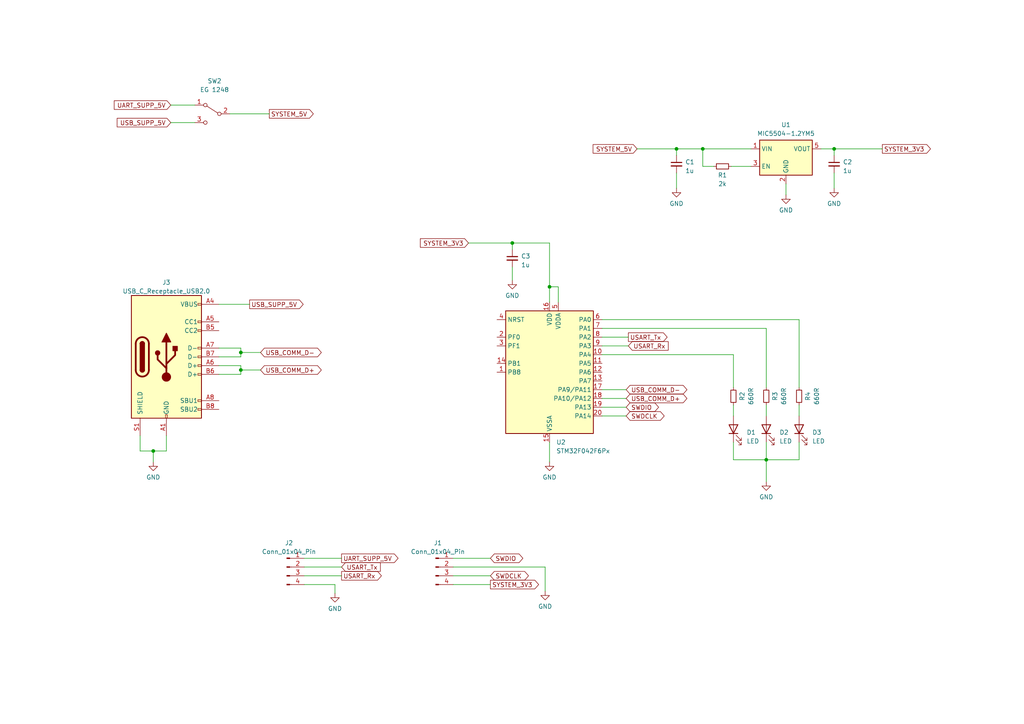
<source format=kicad_sch>
(kicad_sch (version 20230121) (generator eeschema)
  (paper "A4")
  (title_block (title "USB Demonstrator") (date "2023-09-17") (rev "1.0") (company "KirinTech"))
  (lib_symbols
    (symbol "Connector:Conn_01x04_Pin" (pin_names (offset 1.016) hide)
      (property "Reference" "J" (at 0 5.08 0))
      (property "Value" "Conn_01x04_Pin" (at 0 -7.62 0))
      (symbol "Conn_01x04_Pin_1_1"
        (polyline (pts (xy 1.27 -5.08) (xy 0.8636 -5.08)) (stroke (width 0.1524)))
        (polyline (pts (xy 1.27 -2.54) (xy 0.8636 -2.54)) (stroke (width 0.1524)))
        (polyline (pts (xy 1.27 0) (xy 0.8636 0)) (stroke (width 0.1524)))
        (polyline (pts (xy 1.27 2.54) (xy 0.8636 2.54)) (stroke (width 0.1524)))
        (rectangle (start 0.8636 -4.953) (end 0 -5.207) (stroke (width 0.1524)) (fill (type outline)))
        (rectangle (start 0.8636 -2.413) (end 0 -2.667) (stroke (width 0.1524)) (fill (type outline)))
        (rectangle (start 0.8636 0.127) (end 0 -0.127) (stroke (width 0.1524)) (fill (type outline)))
        (rectangle (start 0.8636 2.667) (end 0 2.413) (stroke (width 0.1524)) (fill (type outline)))
        (pin passive line (at 5.08 2.54 180) (length 3.81) (name "Pin_1") (number "1"))
        (pin passive line (at 5.08 0 180) (length 3.81) (name "Pin_2") (number "2"))
        (pin passive line (at 5.08 -2.54 180) (length 3.81) (name "Pin_3") (number "3"))
        (pin passive line (at 5.08 -5.08 180) (length 3.81) (name "Pin_4") (number "4"))
      )
    )
    (symbol "Connector:USB_C_Receptacle_USB2.0" (pin_names (offset 1.016))
      (property "Reference" "J" (at -10.16 19.05 0))
      (property "Value" "USB_C_Receptacle_USB2.0" (at 19.05 19.05 0))
      (symbol "USB_C_Receptacle_USB2.0_0_0"
        (rectangle (start -0.254 -17.78) (end 0.254 -16.764))
        (rectangle (start 10.16 -14.986) (end 9.144 -15.494))
        (rectangle (start 10.16 -12.446) (end 9.144 -12.954))
        (rectangle (start 10.16 -4.826) (end 9.144 -5.334))
        (rectangle (start 10.16 -2.286) (end 9.144 -2.794))
        (rectangle (start 10.16 0.254) (end 9.144 -0.254))
        (rectangle (start 10.16 2.794) (end 9.144 2.286))
        (rectangle (start 10.16 7.874) (end 9.144 7.366))
        (rectangle (start 10.16 10.414) (end 9.144 9.906))
        (rectangle (start 10.16 15.494) (end 9.144 14.986))
      )
      (symbol "USB_C_Receptacle_USB2.0_0_1"
        (rectangle (start -10.16 17.78) (end 10.16 -17.78) (stroke (width 0.254)) (fill (type background)))
        (arc (start -8.89 -3.81) (mid -6.985 -5.7067) (end -5.08 -3.81) (stroke (width 0.508)))
        (arc (start -7.62 -3.81) (mid -6.985 -4.4423) (end -6.35 -3.81) (stroke (width 0.254)))
        (arc (start -7.62 -3.81) (mid -6.985 -4.4423) (end -6.35 -3.81) (stroke (width 0.254)) (fill (type outline)))
        (rectangle (start -7.62 -3.81) (end -6.35 3.81) (stroke (width 0.254)) (fill (type outline)))
        (arc (start -6.35 3.81) (mid -6.985 4.4423) (end -7.62 3.81) (stroke (width 0.254)))
        (arc (start -6.35 3.81) (mid -6.985 4.4423) (end -7.62 3.81) (stroke (width 0.254)) (fill (type outline)))
        (arc (start -5.08 3.81) (mid -6.985 5.7067) (end -8.89 3.81) (stroke (width 0.508)))
        (circle (center -2.54 1.143) (radius 0.635) (stroke (width 0.254)) (fill (type outline)))
        (circle (center 0 -5.842) (radius 1.27) (fill (type outline)))
        (polyline (pts (xy -8.89 -3.81) (xy -8.89 3.81)) (stroke (width 0.508)))
        (polyline (pts (xy -5.08 3.81) (xy -5.08 -3.81)) (stroke (width 0.508)))
        (polyline (pts (xy 0 -5.842) (xy 0 4.318)) (stroke (width 0.508)))
        (polyline (pts (xy 0 -3.302) (xy -2.54 -0.762) (xy -2.54 0.508)) (stroke (width 0.508)))
        (polyline (pts (xy 0 -2.032) (xy 2.54 0.508) (xy 2.54 1.778)) (stroke (width 0.508)))
        (polyline (pts (xy -1.27 4.318) (xy 0 6.858) (xy 1.27 4.318) (xy -1.27 4.318)) (stroke (width 0.254)) (fill (type outline)))
        (rectangle (start 1.905 1.778) (end 3.175 3.048) (stroke (width 0.254)) (fill (type outline)))
      )
      (symbol "USB_C_Receptacle_USB2.0_1_1"
        (pin passive line (at 0 -22.86 90) (length 5.08) (name "GND") (number "A1"))
        (pin passive line (at 0 -22.86 90) (length 5.08) hide (name "GND") (number "A12"))
        (pin passive line (at 15.24 15.24 180) (length 5.08) (name "VBUS") (number "A4"))
        (pin bidirectional line (at 15.24 10.16 180) (length 5.08) (name "CC1") (number "A5"))
        (pin bidirectional line (at 15.24 -2.54 180) (length 5.08) (name "D+") (number "A6"))
        (pin bidirectional line (at 15.24 2.54 180) (length 5.08) (name "D-") (number "A7"))
        (pin bidirectional line (at 15.24 -12.7 180) (length 5.08) (name "SBU1") (number "A8"))
        (pin passive line (at 15.24 15.24 180) (length 5.08) hide (name "VBUS") (number "A9"))
        (pin passive line (at 0 -22.86 90) (length 5.08) hide (name "GND") (number "B1"))
        (pin passive line (at 0 -22.86 90) (length 5.08) hide (name "GND") (number "B12"))
        (pin passive line (at 15.24 15.24 180) (length 5.08) hide (name "VBUS") (number "B4"))
        (pin bidirectional line (at 15.24 7.62 180) (length 5.08) (name "CC2") (number "B5"))
        (pin bidirectional line (at 15.24 -5.08 180) (length 5.08) (name "D+") (number "B6"))
        (pin bidirectional line (at 15.24 0 180) (length 5.08) (name "D-") (number "B7"))
        (pin bidirectional line (at 15.24 -15.24 180) (length 5.08) (name "SBU2") (number "B8"))
        (pin passive line (at 15.24 15.24 180) (length 5.08) hide (name "VBUS") (number "B9"))
        (pin passive line (at -7.62 -22.86 90) (length 5.08) (name "SHIELD") (number "S1"))
      )
    )
    (symbol "Device:C_Small" (pin_numbers hide) (pin_names (offset 0.254) hide)
      (property "Reference" "C" (at 0.254 1.778 0))
      (property "Value" "C_Small" (at 0.254 -2.032 0))
      (symbol "C_Small_0_1"
        (polyline (pts (xy -1.524 -0.508) (xy 1.524 -0.508)) (stroke (width 0.3302)))
        (polyline (pts (xy -1.524 0.508) (xy 1.524 0.508)) (stroke (width 0.3048)))
      )
      (symbol "C_Small_1_1"
        (pin passive line (at 0 2.54 270) (length 2.032) (name "~") (number "1"))
        (pin passive line (at 0 -2.54 90) (length 2.032) (name "~") (number "2"))
      )
    )
    (symbol "Device:LED" (pin_numbers hide) (pin_names (offset 1.016) hide)
      (property "Reference" "D" (at 0 2.54 0))
      (property "Value" "LED" (at 0 -2.54 0))
      (symbol "LED_0_1"
        (polyline (pts (xy -1.27 -1.27) (xy -1.27 1.27)) (stroke (width 0.254)))
        (polyline (pts (xy -1.27 0) (xy 1.27 0)))
        (polyline (pts (xy 1.27 -1.27) (xy 1.27 1.27) (xy -1.27 0) (xy 1.27 -1.27)) (stroke (width 0.254)))
        (polyline (pts (xy -3.048 -0.762) (xy -4.572 -2.286) (xy -3.81 -2.286) (xy -4.572 -2.286) (xy -4.572 -1.524)))
        (polyline (pts (xy -1.778 -0.762) (xy -3.302 -2.286) (xy -2.54 -2.286) (xy -3.302 -2.286) (xy -3.302 -1.524)))
      )
      (symbol "LED_1_1"
        (pin passive line (at -3.81 0 0) (length 2.54) (name "K") (number "1"))
        (pin passive line (at 3.81 0 180) (length 2.54) (name "A") (number "2"))
      )
    )
    (symbol "Device:R_Small" (pin_numbers hide) (pin_names (offset 0.254) hide)
      (property "Reference" "R" (at 0.762 0.508 0))
      (property "Value" "R_Small" (at 0.762 -1.016 0))
      (symbol "R_Small_0_1"
        (rectangle (start -0.762 1.778) (end 0.762 -1.778) (stroke (width 0.2032)))
      )
      (symbol "R_Small_1_1"
        (pin passive line (at 0 2.54 270) (length 0.762) (name "~") (number "1"))
        (pin passive line (at 0 -2.54 90) (length 0.762) (name "~") (number "2"))
      )
    )
    (symbol "MCU_ST_STM32F0:STM32F042F4Px"
      (property "Reference" "U" (at -12.7 19.05 0))
      (property "Value" "STM32F042F4Px" (at 5.08 19.05 0))
      (symbol "STM32F042F4Px_0_1"
        (rectangle (start -12.7 -17.78) (end 12.7 17.78) (stroke (width 0.254)) (fill (type background)))
      )
      (symbol "STM32F042F4Px_1_1"
        (pin bidirectional line (at -15.24 0 0) (length 2.54) (name "PB8") (number "1"))
        (pin bidirectional line (at 15.24 5.08 180) (length 2.54) (name "PA4") (number "10"))
        (pin bidirectional line (at 15.24 2.54 180) (length 2.54) (name "PA5") (number "11"))
        (pin bidirectional line (at 15.24 0 180) (length 2.54) (name "PA6") (number "12"))
        (pin bidirectional line (at 15.24 -2.54 180) (length 2.54) (name "PA7") (number "13"))
        (pin bidirectional line (at -15.24 2.54 0) (length 2.54) (name "PB1") (number "14"))
        (pin power_in line (at 0 -20.32 90) (length 2.54) (name "VSSA") (number "15"))
        (pin power_in line (at 0 20.32 270) (length 2.54) (name "VDD") (number "16"))
        (pin bidirectional line (at 15.24 -5.08 180) (length 2.54) (name "PA9/PA11") (number "17"))
        (pin bidirectional line (at 15.24 -7.62 180) (length 2.54) (name "PA10/PA12") (number "18"))
        (pin bidirectional line (at 15.24 -10.16 180) (length 2.54) (name "PA13") (number "19"))
        (pin bidirectional line (at -15.24 10.16 0) (length 2.54) (name "PF0") (number "2"))
        (pin bidirectional line (at 15.24 -12.7 180) (length 2.54) (name "PA14") (number "20"))
        (pin bidirectional line (at -15.24 7.62 0) (length 2.54) (name "PF1") (number "3"))
        (pin input line (at -15.24 15.24 0) (length 2.54) (name "NRST") (number "4"))
        (pin power_in line (at 2.54 20.32 270) (length 2.54) (name "VDDA") (number "5"))
        (pin bidirectional line (at 15.24 15.24 180) (length 2.54) (name "PA0") (number "6"))
        (pin bidirectional line (at 15.24 12.7 180) (length 2.54) (name "PA1") (number "7"))
        (pin bidirectional line (at 15.24 10.16 180) (length 2.54) (name "PA2") (number "8"))
        (pin bidirectional line (at 15.24 7.62 180) (length 2.54) (name "PA3") (number "9"))
      )
    )
    (symbol "Regulator_Linear:MIC5504-1.2YM5"
      (property "Reference" "U" (at -7.62 8.89 0))
      (property "Value" "MIC5504-1.2YM5" (at -7.62 6.35 0))
      (symbol "MIC5504-1.2YM5_0_1"
        (rectangle (start -7.62 -5.08) (end 7.62 5.08) (stroke (width 0.254)) (fill (type background)))
      )
      (symbol "MIC5504-1.2YM5_1_1"
        (pin power_in line (at -10.16 2.54 0) (length 2.54) (name "VIN") (number "1"))
        (pin power_in line (at 0 -7.62 90) (length 2.54) (name "GND") (number "2"))
        (pin input line (at -10.16 -2.54 0) (length 2.54) (name "EN") (number "3"))
        (pin no_connect line (at 7.62 -2.54 180) (length 2.54) hide (name "NC") (number "4"))
        (pin power_out line (at 10.16 2.54 180) (length 2.54) (name "VOUT") (number "5"))
      )
    )
    (symbol "Switch:SW_SPDT" (pin_names (offset 0) hide)
      (property "Reference" "SW" (at 0 4.318 0))
      (property "Value" "SW_SPDT" (at 0 -5.08 0))
      (symbol "SW_SPDT_0_0"
        (circle (center -2.032 0) (radius 0.508))
        (circle (center 2.032 -2.54) (radius 0.508))
      )
      (symbol "SW_SPDT_0_1"
        (polyline (pts (xy -1.524 0.254) (xy 1.651 2.286)))
        (circle (center 2.032 2.54) (radius 0.508))
      )
      (symbol "SW_SPDT_1_1"
        (pin passive line (at 5.08 2.54 180) (length 2.54) (name "A") (number "1"))
        (pin passive line (at -5.08 0 0) (length 2.54) (name "B") (number "2"))
        (pin passive line (at 5.08 -2.54 180) (length 2.54) (name "C") (number "3"))
      )
    )
    (symbol "power:GND" (power) (pin_names (offset 0))
      (property "Value" "GND" (at 0 -3.81 0))
      (symbol "GND_0_1"
        (polyline (pts (xy 0 0) (xy 0 -1.27) (xy 1.27 -1.27) (xy 0 -2.54) (xy -1.27 -1.27) (xy 0 -1.27)))
      )
      (symbol "GND_1_1"
        (pin power_in line (at 0 0 270) (length 0) hide (name "GND") (number "1"))
      )
    )
  )
  (junction (at 196.215 43.18))
  (junction (at 203.835 43.18))
  (junction (at 69.85 107.315))
  (junction (at 44.45 130.81))
  (junction (at 159.385 83.185))
  (junction (at 148.59 70.485))
  (junction (at 241.935 43.18))
  (junction (at 69.85 102.235))
  (junction (at 222.25 133.35))
  (wire (pts (xy 203.835 48.26) (xy 207.01 48.26)))
  (wire (pts (xy 69.85 108.585) (xy 63.5 108.585)))
  (wire (pts (xy 158.115 171.45) (xy 158.115 164.465)))
  (wire (pts (xy 212.725 133.35) (xy 222.25 133.35)))
  (wire (pts (xy 241.935 43.18) (xy 241.935 45.085)))
  (wire (pts (xy 174.625 115.57) (xy 181.61 115.57)))
  (wire (pts (xy 222.25 133.35) (xy 231.775 133.35)))
  (wire (pts (xy 66.675 33.02) (xy 78.105 33.02)))
  (wire (pts (xy 63.5 106.045) (xy 69.85 106.045)))
  (wire (pts (xy 40.64 130.81) (xy 44.45 130.81)))
  (wire (pts (xy 161.925 83.185) (xy 159.385 83.185)))
  (wire (pts (xy 69.85 102.235) (xy 69.85 103.505)))
  (wire (pts (xy 49.53 35.56) (xy 56.515 35.56)))
  (wire (pts (xy 40.64 126.365) (xy 40.64 130.81)))
  (wire (pts (xy 196.215 43.18) (xy 203.835 43.18)))
  (wire (pts (xy 131.445 161.925) (xy 142.24 161.925)))
  (wire (pts (xy 88.265 161.925) (xy 99.06 161.925)))
  (wire (pts (xy 212.725 117.475) (xy 212.725 120.65)))
  (wire (pts (xy 148.59 81.28) (xy 148.59 77.47)))
  (wire (pts (xy 63.5 100.965) (xy 69.85 100.965)))
  (wire (pts (xy 69.85 107.315) (xy 69.85 108.585)))
  (wire (pts (xy 212.09 48.26) (xy 217.805 48.26)))
  (wire (pts (xy 44.45 130.81) (xy 48.26 130.81)))
  (wire (pts (xy 196.215 43.18) (xy 196.215 45.085)))
  (wire (pts (xy 238.125 43.18) (xy 241.935 43.18)))
  (wire (pts (xy 131.445 169.545) (xy 142.24 169.545)))
  (wire (pts (xy 241.935 43.18) (xy 255.905 43.18)))
  (wire (pts (xy 174.625 102.87) (xy 212.725 102.87)))
  (wire (pts (xy 44.45 130.81) (xy 44.45 133.985)))
  (wire (pts (xy 222.25 128.27) (xy 222.25 133.35)))
  (wire (pts (xy 231.775 92.71) (xy 231.775 112.395)))
  (wire (pts (xy 48.26 130.81) (xy 48.26 126.365)))
  (wire (pts (xy 69.85 106.045) (xy 69.85 107.315)))
  (wire (pts (xy 174.625 100.33) (xy 182.245 100.33)))
  (wire (pts (xy 148.59 70.485) (xy 159.385 70.485)))
  (wire (pts (xy 231.775 128.27) (xy 231.775 133.35)))
  (wire (pts (xy 148.59 70.485) (xy 135.89 70.485)))
  (wire (pts (xy 222.25 133.35) (xy 222.25 139.7)))
  (wire (pts (xy 158.115 164.465) (xy 131.445 164.465)))
  (wire (pts (xy 97.155 172.085) (xy 97.155 169.545)))
  (wire (pts (xy 159.385 83.185) (xy 159.385 87.63)))
  (wire (pts (xy 212.725 128.27) (xy 212.725 133.35)))
  (wire (pts (xy 222.25 95.25) (xy 222.25 112.395)))
  (wire (pts (xy 97.155 169.545) (xy 88.265 169.545)))
  (wire (pts (xy 227.965 53.34) (xy 227.965 56.515)))
  (wire (pts (xy 69.85 107.315) (xy 75.565 107.315)))
  (wire (pts (xy 241.935 50.165) (xy 241.935 54.61)))
  (wire (pts (xy 196.215 50.165) (xy 196.215 54.61)))
  (wire (pts (xy 69.85 102.235) (xy 75.565 102.235)))
  (wire (pts (xy 184.785 43.18) (xy 196.215 43.18)))
  (wire (pts (xy 131.445 167.005) (xy 142.24 167.005)))
  (wire (pts (xy 222.25 117.475) (xy 222.25 120.65)))
  (wire (pts (xy 174.625 120.65) (xy 181.61 120.65)))
  (wire (pts (xy 88.265 164.465) (xy 99.06 164.465)))
  (wire (pts (xy 174.625 95.25) (xy 222.25 95.25)))
  (wire (pts (xy 174.625 118.11) (xy 181.61 118.11)))
  (wire (pts (xy 49.53 30.48) (xy 56.515 30.48)))
  (wire (pts (xy 174.625 97.79) (xy 182.245 97.79)))
  (wire (pts (xy 159.385 70.485) (xy 159.385 83.185)))
  (wire (pts (xy 159.385 128.27) (xy 159.385 133.985)))
  (wire (pts (xy 203.835 43.18) (xy 217.805 43.18)))
  (wire (pts (xy 203.835 43.18) (xy 203.835 48.26)))
  (wire (pts (xy 161.925 87.63) (xy 161.925 83.185)))
  (wire (pts (xy 63.5 88.265) (xy 72.39 88.265)))
  (wire (pts (xy 231.775 92.71) (xy 174.625 92.71)))
  (wire (pts (xy 174.625 113.03) (xy 181.61 113.03)))
  (wire (pts (xy 69.85 103.505) (xy 63.5 103.505)))
  (wire (pts (xy 148.59 72.39) (xy 148.59 70.485)))
  (wire (pts (xy 88.265 167.005) (xy 99.06 167.005)))
  (wire (pts (xy 231.775 117.475) (xy 231.775 120.65)))
  (wire (pts (xy 69.85 100.965) (xy 69.85 102.235)))
  (wire (pts (xy 212.725 102.87) (xy 212.725 112.395)))
  (global_label "USB_COMM_D-" (shape bidirectional) (at 181.61 113.03 0) (property "Intersheetrefs" "${INTERSHEET_REFS}" (effects hide)))
  (global_label "SWDIO" (shape bidirectional) (at 142.24 161.925 0) (property "Intersheetrefs" "${INTERSHEET_REFS}" (effects hide)))
  (global_label "USART_Tx" (shape input) (at 99.06 164.465 0) (property "Intersheetrefs" "${INTERSHEET_REFS}" (effects hide)))
  (global_label "USB_COMM_D+" (shape bidirectional) (at 75.565 107.315 0) (property "Intersheetrefs" "${INTERSHEET_REFS}" (effects hide)))
  (global_label "USB_COMM_D+" (shape bidirectional) (at 181.61 115.57 0) (property "Intersheetrefs" "${INTERSHEET_REFS}" (effects hide)))
  (global_label "USART_Rx" (shape output) (at 99.06 167.005 0) (property "Intersheetrefs" "${INTERSHEET_REFS}" (effects hide)))
  (global_label "USART_Rx" (shape input) (at 182.245 100.33 0) (property "Intersheetrefs" "${INTERSHEET_REFS}" (effects hide)))
  (global_label "SWDCLK" (shape bidirectional) (at 142.24 167.005 0) (property "Intersheetrefs" "${INTERSHEET_REFS}" (effects hide)))
  (global_label "SWDIO" (shape bidirectional) (at 181.61 118.11 0) (property "Intersheetrefs" "${INTERSHEET_REFS}" (effects hide)))
  (global_label "USB_SUPP_5V" (shape input) (at 49.53 35.56 180) (property "Intersheetrefs" "${INTERSHEET_REFS}" (effects hide)))
  (global_label "SYSTEM_3V3" (shape output) (at 142.24 169.545 0) (property "Intersheetrefs" "${INTERSHEET_REFS}" (effects hide)))
  (global_label "UART_SUPP_5V" (shape output) (at 99.06 161.925 0) (property "Intersheetrefs" "${INTERSHEET_REFS}" (effects hide)))
  (global_label "SWDCLK" (shape bidirectional) (at 181.61 120.65 0) (property "Intersheetrefs" "${INTERSHEET_REFS}" (effects hide)))
  (global_label "USB_COMM_D-" (shape bidirectional) (at 75.565 102.235 0) (property "Intersheetrefs" "${INTERSHEET_REFS}" (effects hide)))
  (global_label "SYSTEM_3V3" (shape input) (at 135.89 70.485 180) (property "Intersheetrefs" "${INTERSHEET_REFS}" (effects hide)))
  (global_label "SYSTEM_5V" (shape output) (at 78.105 33.02 0) (property "Intersheetrefs" "${INTERSHEET_REFS}" (effects hide)))
  (global_label "USB_SUPP_5V" (shape output) (at 72.39 88.265 0) (property "Intersheetrefs" "${INTERSHEET_REFS}" (effects hide)))
  (global_label "USART_Tx" (shape output) (at 182.245 97.79 0) (property "Intersheetrefs" "${INTERSHEET_REFS}" (effects hide)))
  (global_label "SYSTEM_5V" (shape input) (at 184.785 43.18 180) (property "Intersheetrefs" "${INTERSHEET_REFS}" (effects hide)))
  (global_label "SYSTEM_3V3" (shape output) (at 255.905 43.18 0) (property "Intersheetrefs" "${INTERSHEET_REFS}" (effects hide)))
  (global_label "UART_SUPP_5V" (shape input) (at 49.53 30.48 180) (property "Intersheetrefs" "${INTERSHEET_REFS}" (effects hide)))
  (symbol (lib_id "Switch:SW_SPDT") (at 61.595 33.02 0) (mirror y) (unit 1)
    (property "Reference" "SW2" (at 62.23 23.495 0))
    (property "Value" "EG 1248" (at 62.23 26.035 0))
    (property "Footprint" "User_Buttons:EG 1248" (effects hide))
    (property "Datasheet" "https://www.mouser.com/datasheet/2/140/ESCH_S_A0005350660_1-2548076.pdf" (effects hide))
    (property "Vendor" "https://www.mouser.com/ProductDetail/E-Switch/EG1248?qs=f57gQzlyLioiw9IGENOORA%3D%3D" (effects hide))
    (property "Price" "0.75" (effects hide))
  )
  (symbol (lib_id "Device:C_Small") (at 148.59 74.93 0) (unit 1)
    (property "Reference" "C3" (at 151.13 74.3013 0) (effects (justify left)))
    (property "Value" "1u" (at 151.13 76.8413 0) (effects (justify left)))
    (property "Footprint" "Capacitor_SMD:C_0805_2012Metric_Pad1.18x1.45mm_HandSolder" (effects hide))
  )
  (symbol (lib_id "Device:R_Small") (at 231.775 114.935 0) (unit 1)
    (property "Reference" "R4" (at 234.315 114.935 90))
    (property "Value" "660R" (at 236.855 114.935 90))
    (property "Footprint" "Resistor_SMD:R_0805_2012Metric_Pad1.20x1.40mm_HandSolder" (effects hide))
  )
  (symbol (lib_id "Device:LED") (at 222.25 124.46 90) (unit 1)
    (property "Reference" "D2" (at 226.06 125.4125 90) (effects (justify right)))
    (property "Value" "LED" (at 226.06 127.9525 90) (effects (justify right)))
    (property "Footprint" "LED_SMD:LED_0805_2012Metric_Pad1.15x1.40mm_HandSolder" (effects hide))
  )
  (symbol (lib_id "power:GND") (at 227.965 56.515 0) (unit 1)
    (property "Reference" "#PWR02" (effects hide))
    (property "Value" "GND" (at 227.965 60.96 0))
  )
  (symbol (lib_id "MCU_ST_STM32F0:STM32F042F4Px") (at 159.385 107.95 0) (unit 1)
    (property "Reference" "U2" (at 161.3409 128.27 0) (effects (justify left)))
    (property "Value" "STM32F042F6Px" (at 161.3409 130.81 0) (effects (justify left)))
    (property "Footprint" "Package_SO:TSSOP-20_4.4x6.5mm_P0.65mm" (effects hide))
    (property "Datasheet" "https://www.st.com/resource/en/datasheet/stm32f042f6.pdf" (effects hide))
  )
  (symbol (lib_id "power:GND") (at 159.385 133.985 0) (unit 1)
    (property "Reference" "#PWR06" (effects hide))
    (property "Value" "GND" (at 159.385 138.43 0))
  )
  (symbol (lib_id "Connector:USB_C_Receptacle_USB2.0") (at 48.26 103.505 0) (unit 1)
    (property "Reference" "J3" (at 48.26 81.915 0))
    (property "Value" "USB_C_Receptacle_USB2.0" (at 48.26 84.455 0))
    (property "Footprint" "Connector_USB:USB_C_Receptacle_Amphenol_12401610E4-2A" (effects hide))
    (property "Datasheet" "https://www.usb.org/sites/default/files/documents/usb_type-c.zip" (effects hide))
    (property "Vendor" "https://www.mouser.com/ProductDetail/Amphenol-Commercial-Products/12401610E42A?qs=EgDjlb95zqAWvChv41w5lg%3D%3D" (effects hide))
    (property "Price" "1.33" (effects hide))
  )
  (symbol (lib_id "power:GND") (at 44.45 133.985 0) (unit 1)
    (property "Reference" "#PWR01" (effects hide))
    (property "Value" "GND" (at 44.45 138.43 0))
  )
  (symbol (lib_id "Device:R_Small") (at 209.55 48.26 270) (unit 1)
    (property "Reference" "R1" (at 209.55 50.8 90))
    (property "Value" "2k" (at 209.55 53.34 90))
    (property "Footprint" "Resistor_SMD:R_0805_2012Metric_Pad1.20x1.40mm_HandSolder" (effects hide))
  )
  (symbol (lib_id "Device:LED") (at 212.725 124.46 90) (unit 1)
    (property "Reference" "D1" (at 216.535 125.4125 90) (effects (justify right)))
    (property "Value" "LED" (at 216.535 127.9525 90) (effects (justify right)))
    (property "Footprint" "LED_SMD:LED_0805_2012Metric_Pad1.15x1.40mm_HandSolder" (effects hide))
  )
  (symbol (lib_id "Connector:Conn_01x04_Pin") (at 126.365 164.465 0) (unit 1)
    (property "Reference" "J1" (at 127 157.48 0))
    (property "Value" "Conn_01x04_Pin" (at 127 160.02 0))
    (property "Footprint" "Connector_PinHeader_2.54mm:PinHeader_1x04_P2.54mm_Horizontal" (effects hide))
  )
  (symbol (lib_id "power:GND") (at 158.115 171.45 0) (unit 1)
    (property "Reference" "#PWR09" (effects hide))
    (property "Value" "GND" (at 158.115 175.895 0))
  )
  (symbol (lib_id "power:GND") (at 222.25 139.7 0) (unit 1)
    (property "Reference" "#PWR07" (effects hide))
    (property "Value" "GND" (at 222.25 144.145 0))
  )
  (symbol (lib_id "power:GND") (at 241.935 54.61 0) (unit 1)
    (property "Reference" "#PWR04" (effects hide))
    (property "Value" "GND" (at 241.935 59.055 0))
  )
  (symbol (lib_id "Device:C_Small") (at 196.215 47.625 0) (unit 1)
    (property "Reference" "C1" (at 198.755 46.9963 0) (effects (justify left)))
    (property "Value" "1u" (at 198.755 49.5363 0) (effects (justify left)))
    (property "Footprint" "Capacitor_SMD:C_0805_2012Metric_Pad1.18x1.45mm_HandSolder" (effects hide))
  )
  (symbol (lib_id "power:GND") (at 148.59 81.28 0) (unit 1)
    (property "Reference" "#PWR05" (effects hide))
    (property "Value" "GND" (at 148.59 85.725 0))
  )
  (symbol (lib_id "power:GND") (at 196.215 54.61 0) (unit 1)
    (property "Reference" "#PWR03" (effects hide))
    (property "Value" "GND" (at 196.215 59.055 0))
  )
  (symbol (lib_id "Device:R_Small") (at 222.25 114.935 0) (unit 1)
    (property "Reference" "R3" (at 224.79 114.935 90))
    (property "Value" "660R" (at 227.33 114.935 90))
    (property "Footprint" "Resistor_SMD:R_0805_2012Metric_Pad1.20x1.40mm_HandSolder" (effects hide))
  )
  (symbol (lib_id "Device:LED") (at 231.775 124.46 90) (unit 1)
    (property "Reference" "D3" (at 235.585 125.4125 90) (effects (justify right)))
    (property "Value" "LED" (at 235.585 127.9525 90) (effects (justify right)))
    (property "Footprint" "LED_SMD:LED_0805_2012Metric_Pad1.15x1.40mm_HandSolder" (effects hide))
  )
  (symbol (lib_id "Regulator_Linear:MIC5504-1.2YM5") (at 227.965 45.72 0) (unit 1)
    (property "Reference" "U1" (at 227.965 36.195 0))
    (property "Value" "MIC5504-1.2YM5" (at 227.965 38.735 0))
    (property "Footprint" "Package_TO_SOT_SMD:SOT-23-5" (effects hide))
    (property "Datasheet" "http://ww1.microchip.com/downloads/en/DeviceDoc/MIC550X.pdf" (effects hide))
  )
  (symbol (lib_id "Device:R_Small") (at 212.725 114.935 0) (unit 1)
    (property "Reference" "R2" (at 215.265 114.935 90))
    (property "Value" "660R" (at 217.805 114.935 90))
    (property "Footprint" "Resistor_SMD:R_0805_2012Metric_Pad1.20x1.40mm_HandSolder" (effects hide))
  )
  (symbol (lib_id "Connector:Conn_01x04_Pin") (at 83.185 164.465 0) (unit 1)
    (property "Reference" "J2" (at 83.82 157.48 0))
    (property "Value" "Conn_01x04_Pin" (at 83.82 160.02 0))
    (property "Footprint" "Connector_PinHeader_2.54mm:PinHeader_1x04_P2.54mm_Horizontal" (effects hide))
  )
  (symbol (lib_id "power:GND") (at 97.155 172.085 0) (unit 1)
    (property "Reference" "#PWR08" (effects hide))
    (property "Value" "GND" (at 97.155 176.53 0))
  )
  (symbol (lib_id "Device:C_Small") (at 241.935 47.625 0) (unit 1)
    (property "Reference" "C2" (at 244.475 46.9963 0) (effects (justify left)))
    (property "Value" "1u" (at 244.475 49.5363 0) (effects (justify left)))
    (property "Footprint" "Capacitor_SMD:C_0805_2012Metric_Pad1.18x1.45mm_HandSolder" (effects hide))
  )
)
</source>
